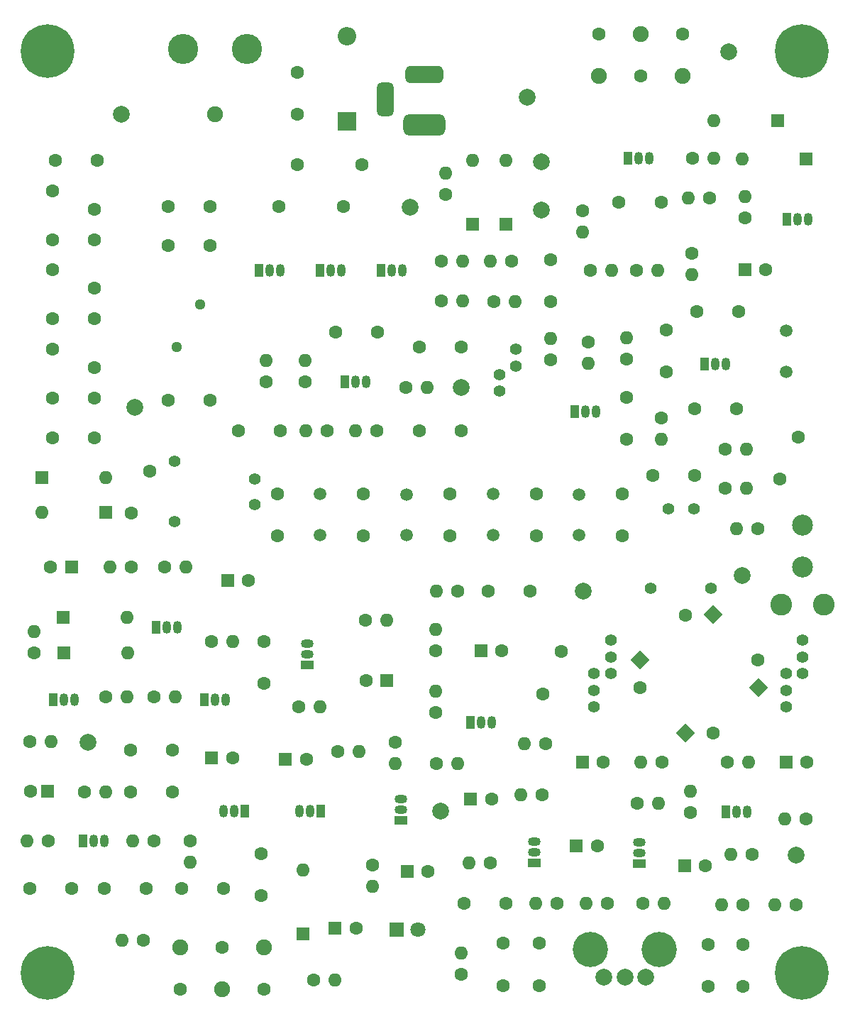
<source format=gts>
%TF.GenerationSoftware,KiCad,Pcbnew,8.0.2-8.0.2-0~ubuntu22.04.1*%
%TF.CreationDate,2024-05-24T18:10:12-07:00*%
%TF.ProjectId,PartyLine80,50617274-794c-4696-9e65-38302e6b6963,B*%
%TF.SameCoordinates,Original*%
%TF.FileFunction,Soldermask,Top*%
%TF.FilePolarity,Negative*%
%FSLAX46Y46*%
G04 Gerber Fmt 4.6, Leading zero omitted, Abs format (unit mm)*
G04 Created by KiCad (PCBNEW 8.0.2-8.0.2-0~ubuntu22.04.1) date 2024-05-24 18:10:12*
%MOMM*%
%LPD*%
G01*
G04 APERTURE LIST*
G04 Aperture macros list*
%AMRoundRect*
0 Rectangle with rounded corners*
0 $1 Rounding radius*
0 $2 $3 $4 $5 $6 $7 $8 $9 X,Y pos of 4 corners*
0 Add a 4 corners polygon primitive as box body*
4,1,4,$2,$3,$4,$5,$6,$7,$8,$9,$2,$3,0*
0 Add four circle primitives for the rounded corners*
1,1,$1+$1,$2,$3*
1,1,$1+$1,$4,$5*
1,1,$1+$1,$6,$7*
1,1,$1+$1,$8,$9*
0 Add four rect primitives between the rounded corners*
20,1,$1+$1,$2,$3,$4,$5,0*
20,1,$1+$1,$4,$5,$6,$7,0*
20,1,$1+$1,$6,$7,$8,$9,0*
20,1,$1+$1,$8,$9,$2,$3,0*%
%AMHorizOval*
0 Thick line with rounded ends*
0 $1 width*
0 $2 $3 position (X,Y) of the first rounded end (center of the circle)*
0 $4 $5 position (X,Y) of the second rounded end (center of the circle)*
0 Add line between two ends*
20,1,$1,$2,$3,$4,$5,0*
0 Add two circle primitives to create the rounded ends*
1,1,$1,$2,$3*
1,1,$1,$4,$5*%
%AMRotRect*
0 Rectangle, with rotation*
0 The origin of the aperture is its center*
0 $1 length*
0 $2 width*
0 $3 Rotation angle, in degrees counterclockwise*
0 Add horizontal line*
21,1,$1,$2,0,0,$3*%
G04 Aperture macros list end*
%ADD10O,1.600000X1.600000*%
%ADD11R,1.600000X1.600000*%
%ADD12C,2.000000*%
%ADD13C,1.600000*%
%ADD14C,3.600000*%
%ADD15C,1.900000*%
%ADD16R,1.050000X1.500000*%
%ADD17O,1.050000X1.500000*%
%ADD18C,1.300480*%
%ADD19C,1.500000*%
%ADD20R,1.500000X1.050000*%
%ADD21O,1.500000X1.050000*%
%ADD22C,4.200000*%
%ADD23RotRect,1.600000X1.600000X135.000000*%
%ADD24HorizOval,1.600000X0.000000X0.000000X0.000000X0.000000X0*%
%ADD25C,1.400000*%
%ADD26RotRect,1.600000X1.600000X45.000000*%
%ADD27HorizOval,1.600000X0.000000X0.000000X0.000000X0.000000X0*%
%ADD28RoundRect,0.625000X1.875000X0.625000X-1.875000X0.625000X-1.875000X-0.625000X1.875000X-0.625000X0*%
%ADD29RoundRect,0.500000X1.750000X0.500000X-1.750000X0.500000X-1.750000X-0.500000X1.750000X-0.500000X0*%
%ADD30RoundRect,0.500000X0.500000X1.500000X-0.500000X1.500000X-0.500000X-1.500000X0.500000X-1.500000X0*%
%ADD31C,0.800000*%
%ADD32C,6.400000*%
%ADD33RotRect,1.600000X1.600000X225.000000*%
%ADD34HorizOval,1.600000X0.000000X0.000000X0.000000X0.000000X0*%
%ADD35RotRect,1.600000X1.600000X315.000000*%
%ADD36HorizOval,1.600000X0.000000X0.000000X0.000000X0.000000X0*%
%ADD37R,2.200000X2.200000*%
%ADD38O,2.200000X2.200000*%
%ADD39C,2.500000*%
%ADD40R,1.800000X1.800000*%
%ADD41C,1.800000*%
%ADD42C,2.600000*%
G04 APERTURE END LIST*
D10*
%TO.C,D15*%
X109700000Y-38080000D03*
D11*
X109700000Y-45700000D03*
%TD*%
D10*
%TO.C,D10*%
X105700000Y-38090000D03*
D11*
X105700000Y-45710000D03*
%TD*%
D12*
%TO.C,TP14*%
X113900000Y-38200000D03*
%TD*%
D13*
%TO.C,R62*%
X102500000Y-42145000D03*
D10*
X102500000Y-39605000D03*
%TD*%
D13*
%TO.C,L2*%
X142400000Y-76100000D03*
X144600000Y-71100000D03*
%TD*%
D11*
%TO.C,C28*%
X138200000Y-51100000D03*
D13*
X140700000Y-51100000D03*
%TD*%
%TO.C,C26*%
X80500000Y-125800000D03*
X80500000Y-120800000D03*
%TD*%
D14*
%TO.C,J3*%
X71200000Y-24800000D03*
X78800000Y-24800000D03*
D15*
X75000000Y-32600000D03*
%TD*%
D11*
%TO.C,C17*%
X95500000Y-100100000D03*
D13*
X93000000Y-100100000D03*
%TD*%
%TO.C,C34*%
X132200000Y-67745000D03*
X137200000Y-67745000D03*
%TD*%
%TO.C,R57*%
X55100000Y-119300000D03*
D10*
X52560000Y-119300000D03*
%TD*%
D12*
%TO.C,TP12*%
X112200000Y-30500000D03*
%TD*%
D13*
%TO.C,R45*%
X125255000Y-51200000D03*
D10*
X127795000Y-51200000D03*
%TD*%
D13*
%TO.C,C44*%
X74400000Y-66700000D03*
X69400000Y-66700000D03*
%TD*%
D16*
%TO.C,Q7*%
X67960000Y-93800000D03*
D17*
X69230000Y-93800000D03*
X70500000Y-93800000D03*
%TD*%
D18*
%TO.C,L5*%
X73199080Y-55300000D03*
X70400000Y-60300000D03*
%TD*%
D13*
%TO.C,R43*%
X81100000Y-64500000D03*
D10*
X81100000Y-61960000D03*
%TD*%
D13*
%TO.C,C8*%
X92700000Y-77850000D03*
X92700000Y-82850000D03*
%TD*%
D11*
%TO.C,C23*%
X57882380Y-86600000D03*
D13*
X55382380Y-86600000D03*
%TD*%
%TO.C,R50*%
X118800000Y-44055000D03*
D10*
X118800000Y-46595000D03*
%TD*%
D13*
%TO.C,R55*%
X139740000Y-82000000D03*
D10*
X137200000Y-82000000D03*
%TD*%
D13*
%TO.C,R41*%
X119760000Y-51200000D03*
D10*
X122300000Y-51200000D03*
%TD*%
D13*
%TO.C,R26*%
X69000000Y-86600000D03*
D10*
X71540000Y-86600000D03*
%TD*%
D11*
%TO.C,D7*%
X85500000Y-130400000D03*
D10*
X85500000Y-122780000D03*
%TD*%
D16*
%TO.C,Q1*%
X105460000Y-105100000D03*
D17*
X106730000Y-105100000D03*
X108000000Y-105100000D03*
%TD*%
D13*
%TO.C,R32*%
X72000000Y-119300000D03*
D10*
X72000000Y-121840000D03*
%TD*%
D19*
%TO.C,X1*%
X87550000Y-77900000D03*
X87550000Y-82780000D03*
%TD*%
D20*
%TO.C,Q6*%
X86000000Y-98240000D03*
D21*
X86000000Y-96970000D03*
X86000000Y-95700000D03*
%TD*%
D11*
%TO.C,C22*%
X76500000Y-88200000D03*
D13*
X79000000Y-88200000D03*
%TD*%
%TO.C,C42*%
X69400000Y-43600000D03*
X74400000Y-43600000D03*
%TD*%
%TO.C,R3*%
X128300000Y-109900000D03*
D10*
X125760000Y-109900000D03*
%TD*%
D13*
%TO.C,C32*%
X77800000Y-70300000D03*
X82800000Y-70300000D03*
%TD*%
%TO.C,R54*%
X135860000Y-77200000D03*
D10*
X138400000Y-77200000D03*
%TD*%
D12*
%TO.C,TP4*%
X101900000Y-115700000D03*
%TD*%
D11*
%TO.C,C4*%
X143100000Y-109900000D03*
D13*
X145600000Y-109900000D03*
%TD*%
%TO.C,C38*%
X124100000Y-66345000D03*
X124100000Y-71345000D03*
%TD*%
D16*
%TO.C,Q19*%
X94760000Y-51200000D03*
D17*
X96030000Y-51200000D03*
X97300000Y-51200000D03*
%TD*%
D13*
%TO.C,J2*%
X130800000Y-23000000D03*
X125790000Y-28000000D03*
X120800000Y-23000000D03*
D15*
X130800000Y-28000000D03*
X125800000Y-23000000D03*
X120800000Y-28000000D03*
%TD*%
D13*
%TO.C,C14*%
X109400000Y-136500000D03*
X109400000Y-131500000D03*
%TD*%
%TO.C,R31*%
X86755000Y-135900000D03*
D10*
X89295000Y-135900000D03*
%TD*%
D11*
%TO.C,C2*%
X106700000Y-96600000D03*
D13*
X109200000Y-96600000D03*
%TD*%
%TO.C,C16*%
X104700000Y-126700000D03*
X109700000Y-126700000D03*
%TD*%
D16*
%TO.C,Q17*%
X80260000Y-51200000D03*
D17*
X81530000Y-51200000D03*
X82800000Y-51200000D03*
%TD*%
D13*
%TO.C,R22*%
X89655000Y-108600000D03*
D10*
X92195000Y-108600000D03*
%TD*%
D13*
%TO.C,R28*%
X65000000Y-86600000D03*
D10*
X62460000Y-86600000D03*
%TD*%
D13*
%TO.C,R37*%
X88400000Y-70300000D03*
D10*
X85860000Y-70300000D03*
%TD*%
D13*
%TO.C,R56*%
X52900000Y-107400000D03*
D10*
X55440000Y-107400000D03*
%TD*%
D13*
%TO.C,R53*%
X135860000Y-72500000D03*
D10*
X138400000Y-72500000D03*
%TD*%
D12*
%TO.C,TP10*%
X59800000Y-107500000D03*
%TD*%
D13*
%TO.C,R27*%
X53410000Y-96800000D03*
D10*
X53410000Y-94260000D03*
%TD*%
D13*
%TO.C,R47*%
X102000000Y-50100000D03*
D10*
X104540000Y-50100000D03*
%TD*%
D22*
%TO.C,R18*%
X119800000Y-132200000D03*
X128000000Y-132200000D03*
D12*
X126400000Y-135500000D03*
X123900000Y-135500000D03*
X121400000Y-135500000D03*
%TD*%
D16*
%TO.C,Q20*%
X59200000Y-119300000D03*
D17*
X60470000Y-119300000D03*
X61740000Y-119300000D03*
%TD*%
D19*
%TO.C,X3*%
X108150000Y-77900000D03*
X108150000Y-82780000D03*
%TD*%
D13*
%TO.C,C35*%
X128800000Y-58285000D03*
X128800000Y-63285000D03*
%TD*%
D23*
%TO.C,D2*%
X131100000Y-106400000D03*
D24*
X125711846Y-101011846D03*
%TD*%
D13*
%TO.C,C37*%
X132500000Y-56145000D03*
X137500000Y-56145000D03*
%TD*%
%TO.C,R15*%
X115800000Y-126700000D03*
D10*
X113260000Y-126700000D03*
%TD*%
D12*
%TO.C,TP7*%
X98300000Y-43700000D03*
%TD*%
D13*
%TO.C,R49*%
X119500000Y-59705000D03*
D10*
X119500000Y-62245000D03*
%TD*%
D13*
%TO.C,R6*%
X125400000Y-114800000D03*
D10*
X127940000Y-114800000D03*
%TD*%
D13*
%TO.C,R17*%
X107845000Y-121900000D03*
D10*
X105305000Y-121900000D03*
%TD*%
D25*
%TO.C,T5*%
X110900000Y-60600000D03*
X108900000Y-63600000D03*
X110900000Y-62600000D03*
X108900000Y-65600000D03*
%TD*%
D12*
%TO.C,TP2*%
X65400000Y-67500000D03*
%TD*%
D13*
%TO.C,L9*%
X60620000Y-43916666D03*
X55620000Y-41716666D03*
%TD*%
D12*
%TO.C,TP8*%
X104400000Y-65200000D03*
%TD*%
D11*
%TO.C,D11*%
X54320000Y-75900000D03*
D10*
X61940000Y-75900000D03*
%TD*%
D13*
%TO.C,L4*%
X84800000Y-38600000D03*
X82600000Y-43600000D03*
%TD*%
%TO.C,R60*%
X67700000Y-119300000D03*
D10*
X65160000Y-119300000D03*
%TD*%
D13*
%TO.C,C40*%
X132200000Y-75700000D03*
X127200000Y-75700000D03*
%TD*%
%TO.C,R13*%
X126055000Y-126700000D03*
D10*
X128595000Y-126700000D03*
%TD*%
D16*
%TO.C,Q2*%
X135930000Y-115760000D03*
D17*
X137200000Y-115760000D03*
X138470000Y-115760000D03*
%TD*%
D12*
%TO.C,TP11*%
X63800000Y-32600000D03*
%TD*%
D13*
%TO.C,R1*%
X103900000Y-89500000D03*
D10*
X101360000Y-89500000D03*
%TD*%
D26*
%TO.C,D1*%
X125705924Y-97694077D03*
D27*
X131094078Y-92305923D03*
%TD*%
D13*
%TO.C,C29*%
X123200000Y-43100000D03*
X128200000Y-43100000D03*
%TD*%
%TO.C,C49*%
X64900000Y-108400000D03*
X69900000Y-108400000D03*
%TD*%
%TO.C,R35*%
X131960000Y-37800000D03*
D10*
X134500000Y-37800000D03*
%TD*%
D25*
%TO.C,T2*%
X132100000Y-79650000D03*
X129100000Y-79650000D03*
X134200000Y-89150000D03*
X127000000Y-89150000D03*
%TD*%
D13*
%TO.C,C47*%
X55620000Y-71200000D03*
X60620000Y-71200000D03*
%TD*%
%TO.C,L1*%
X116300000Y-96700000D03*
X114100000Y-101700000D03*
%TD*%
%TO.C,C11*%
X113700000Y-136500000D03*
X113700000Y-131500000D03*
%TD*%
%TO.C,C27*%
X71000000Y-124900000D03*
X76000000Y-124900000D03*
%TD*%
%TO.C,R58*%
X66445000Y-131100000D03*
D10*
X63905000Y-131100000D03*
%TD*%
D28*
%TO.C,J4*%
X100000000Y-33800000D03*
D29*
X100000000Y-27800000D03*
D30*
X95300000Y-30800000D03*
%TD*%
D13*
%TO.C,R25*%
X85000000Y-103300000D03*
D10*
X87540000Y-103300000D03*
%TD*%
D25*
%TO.C,T1*%
X79700000Y-79100000D03*
X79700000Y-76100000D03*
X70200000Y-81200000D03*
X70200000Y-74000000D03*
%TD*%
D11*
%TO.C,D6*%
X56990000Y-96800000D03*
D10*
X64610000Y-96800000D03*
%TD*%
D13*
%TO.C,R46*%
X124100000Y-61785000D03*
D10*
X124100000Y-59245000D03*
%TD*%
D13*
%TO.C,R61*%
X104400000Y-135200000D03*
D10*
X104400000Y-132660000D03*
%TD*%
D20*
%TO.C,Q5*%
X97200000Y-116800000D03*
D21*
X97200000Y-115530000D03*
X97200000Y-114260000D03*
%TD*%
D25*
%TO.C,T3*%
X122200000Y-95300000D03*
X120200000Y-99300000D03*
X122200000Y-97300000D03*
X120200000Y-101300000D03*
X122200000Y-99300000D03*
X120200000Y-103300000D03*
%TD*%
D11*
%TO.C,C24*%
X74600000Y-109400000D03*
D13*
X77100000Y-109400000D03*
%TD*%
%TO.C,R40*%
X131900000Y-49160000D03*
D10*
X131900000Y-51700000D03*
%TD*%
D13*
%TO.C,C5*%
X138000000Y-136600000D03*
X138000000Y-131600000D03*
%TD*%
%TO.C,R8*%
X145500000Y-116600000D03*
D10*
X142960000Y-116600000D03*
%TD*%
D16*
%TO.C,Q11*%
X78570000Y-115700000D03*
D17*
X77300000Y-115700000D03*
X76030000Y-115700000D03*
%TD*%
D13*
%TO.C,R11*%
X138000000Y-126900000D03*
D10*
X135460000Y-126900000D03*
%TD*%
D13*
%TO.C,C48*%
X64900000Y-113400000D03*
X69900000Y-113400000D03*
%TD*%
%TO.C,R39*%
X85700000Y-64500000D03*
D10*
X85700000Y-61960000D03*
%TD*%
D16*
%TO.C,Q8*%
X55660000Y-102400000D03*
D17*
X56930000Y-102400000D03*
X58200000Y-102400000D03*
%TD*%
D13*
%TO.C,C54*%
X55920000Y-38100000D03*
X60920000Y-38100000D03*
%TD*%
%TO.C,C46*%
X52900000Y-124900000D03*
X57900000Y-124900000D03*
%TD*%
D20*
%TO.C,Q4*%
X113060000Y-121870000D03*
D21*
X113060000Y-120600000D03*
X113060000Y-119330000D03*
%TD*%
D19*
%TO.C,X4*%
X118450000Y-82800000D03*
X118450000Y-77920000D03*
%TD*%
D13*
%TO.C,R4*%
X114400000Y-107700000D03*
D10*
X111860000Y-107700000D03*
%TD*%
D16*
%TO.C,Q12*%
X124260000Y-37800000D03*
D17*
X125530000Y-37800000D03*
X126800000Y-37800000D03*
%TD*%
D13*
%TO.C,C52*%
X55620000Y-56966664D03*
X60620000Y-56966664D03*
%TD*%
%TO.C,R51*%
X128200000Y-68800000D03*
D10*
X128200000Y-71340000D03*
%TD*%
D13*
%TO.C,C31*%
X104400000Y-60300000D03*
X99400000Y-60300000D03*
%TD*%
D16*
%TO.C,Q15*%
X133400000Y-62385000D03*
D17*
X134670000Y-62385000D03*
X135940000Y-62385000D03*
%TD*%
D13*
%TO.C,R12*%
X139100000Y-120900000D03*
D10*
X136560000Y-120900000D03*
%TD*%
D13*
%TO.C,C33*%
X115000000Y-49900000D03*
X115000000Y-54900000D03*
%TD*%
%TO.C,C20*%
X80800000Y-95500000D03*
X80800000Y-100500000D03*
%TD*%
D31*
%TO.C,H3*%
X52600000Y-135000000D03*
X53302944Y-133302944D03*
X53302944Y-136697056D03*
X55000000Y-132600000D03*
D32*
X55000000Y-135000000D03*
D31*
X55000000Y-137400000D03*
X56697056Y-133302944D03*
X56697056Y-136697056D03*
X57400000Y-135000000D03*
%TD*%
D12*
%TO.C,TP5*%
X136300000Y-25100000D03*
%TD*%
D13*
%TO.C,L8*%
X60620000Y-53349998D03*
X55620000Y-51149998D03*
%TD*%
D19*
%TO.C,X5*%
X143100000Y-63300000D03*
X143100000Y-58420000D03*
%TD*%
D13*
%TO.C,R44*%
X110400000Y-50100000D03*
D10*
X107860000Y-50100000D03*
%TD*%
D13*
%TO.C,R9*%
X131700000Y-115900000D03*
D10*
X131700000Y-113360000D03*
%TD*%
D13*
%TO.C,C50*%
X55620000Y-66400000D03*
X60620000Y-66400000D03*
%TD*%
D11*
%TO.C,C45*%
X55000000Y-113300000D03*
D13*
X53000000Y-113300000D03*
%TD*%
%TO.C,R5*%
X101300000Y-103900000D03*
D10*
X101300000Y-101360000D03*
%TD*%
D13*
%TO.C,R29*%
X61955000Y-102100000D03*
D10*
X64495000Y-102100000D03*
%TD*%
D11*
%TO.C,D8*%
X145500000Y-37900000D03*
D10*
X137880000Y-37900000D03*
%TD*%
D11*
%TO.C,C25*%
X89300000Y-129700000D03*
D13*
X91800000Y-129700000D03*
%TD*%
D11*
%TO.C,C9*%
X131000000Y-122200000D03*
D13*
X133500000Y-122200000D03*
%TD*%
D33*
%TO.C,D4*%
X139800000Y-101000000D03*
D34*
X134411846Y-106388154D03*
%TD*%
D31*
%TO.C,H1*%
X52600000Y-25000000D03*
X53302944Y-23302944D03*
X53302944Y-26697056D03*
X55000000Y-22600000D03*
D32*
X55000000Y-25000000D03*
D31*
X55000000Y-27400000D03*
X56697056Y-23302944D03*
X56697056Y-26697056D03*
X57400000Y-25000000D03*
%TD*%
D13*
%TO.C,L6*%
X65000000Y-80124990D03*
X67200000Y-75124990D03*
%TD*%
%TO.C,R33*%
X134000000Y-42600000D03*
D10*
X131460000Y-42600000D03*
%TD*%
D13*
%TO.C,R48*%
X102000000Y-54800000D03*
D10*
X104540000Y-54800000D03*
%TD*%
D35*
%TO.C,D3*%
X134400000Y-92300000D03*
D36*
X139788154Y-97688154D03*
%TD*%
D11*
%TO.C,D12*%
X61920000Y-80100000D03*
D10*
X54300000Y-80100000D03*
%TD*%
D16*
%TO.C,Q18*%
X87510000Y-51200000D03*
D17*
X88780000Y-51200000D03*
X90050000Y-51200000D03*
%TD*%
D12*
%TO.C,TP3*%
X144300000Y-121000000D03*
%TD*%
D13*
%TO.C,R38*%
X97800000Y-65200000D03*
D10*
X100340000Y-65200000D03*
%TD*%
D37*
%TO.C,D14*%
X90700000Y-33400000D03*
D38*
X90700000Y-23240000D03*
%TD*%
D11*
%TO.C,D5*%
X56890000Y-92600000D03*
D10*
X64510000Y-92600000D03*
%TD*%
D16*
%TO.C,Q13*%
X143200000Y-45100000D03*
D17*
X144470000Y-45100000D03*
X145740000Y-45100000D03*
%TD*%
D13*
%TO.C,R42*%
X108300000Y-54900000D03*
D10*
X110840000Y-54900000D03*
%TD*%
D25*
%TO.C,T4*%
X145100000Y-95300000D03*
X143100000Y-99300000D03*
X145100000Y-97300000D03*
X143100000Y-101300000D03*
X145100000Y-99300000D03*
X143100000Y-103300000D03*
%TD*%
D13*
%TO.C,C53*%
X55620000Y-47533332D03*
X60620000Y-47533332D03*
%TD*%
%TO.C,R52*%
X115000000Y-61845000D03*
D10*
X115000000Y-59305000D03*
%TD*%
D13*
%TO.C,R36*%
X94300000Y-70300000D03*
D10*
X91760000Y-70300000D03*
%TD*%
D31*
%TO.C,H2*%
X142600000Y-25000000D03*
X143302944Y-23302944D03*
X143302944Y-26697056D03*
X145000000Y-22600000D03*
D32*
X145000000Y-25000000D03*
D31*
X145000000Y-27400000D03*
X146697056Y-23302944D03*
X146697056Y-26697056D03*
X147400000Y-25000000D03*
%TD*%
D13*
%TO.C,C12*%
X113300000Y-77850000D03*
X113300000Y-82850000D03*
%TD*%
D39*
%TO.C,C30*%
X145100000Y-81600000D03*
X145100000Y-86600000D03*
%TD*%
D11*
%TO.C,C18*%
X105500000Y-114300000D03*
D13*
X108000000Y-114300000D03*
%TD*%
%TO.C,R10*%
X144300000Y-126900000D03*
D10*
X141760000Y-126900000D03*
%TD*%
D40*
%TO.C,D13*%
X96625000Y-129825000D03*
D41*
X99165000Y-129825000D03*
%TD*%
D42*
%TO.C,TP13*%
X142560000Y-91100000D03*
X147640000Y-91100000D03*
%TD*%
D13*
%TO.C,C1*%
X107600000Y-89500000D03*
X112600000Y-89500000D03*
%TD*%
%TO.C,C6*%
X82400000Y-82850000D03*
X82400000Y-77850000D03*
%TD*%
D19*
%TO.C,X2*%
X97850000Y-82800000D03*
X97850000Y-77920000D03*
%TD*%
D13*
%TO.C,L7*%
X60620000Y-62783330D03*
X55620000Y-60583330D03*
%TD*%
%TO.C,C43*%
X69400000Y-48200000D03*
X74400000Y-48200000D03*
%TD*%
D20*
%TO.C,Q3*%
X125600000Y-121940000D03*
D21*
X125600000Y-120670000D03*
X125600000Y-119400000D03*
%TD*%
D13*
%TO.C,C15*%
X123600000Y-77850000D03*
X123600000Y-82850000D03*
%TD*%
%TO.C,R2*%
X101300000Y-96600000D03*
D10*
X101300000Y-94060000D03*
%TD*%
D11*
%TO.C,C21*%
X83400000Y-109500000D03*
D13*
X85900000Y-109500000D03*
%TD*%
%TO.C,R19*%
X96500000Y-107500000D03*
D10*
X96500000Y-110040000D03*
%TD*%
D13*
%TO.C,C39*%
X99400000Y-70300000D03*
X104400000Y-70300000D03*
%TD*%
%TO.C,R59*%
X59400000Y-113400000D03*
D10*
X61940000Y-113400000D03*
%TD*%
D13*
%TO.C,C51*%
X61800000Y-124900000D03*
X66800000Y-124900000D03*
%TD*%
D16*
%TO.C,Q10*%
X87570000Y-115700000D03*
D17*
X86300000Y-115700000D03*
X85030000Y-115700000D03*
%TD*%
D16*
%TO.C,Q9*%
X73700000Y-102400000D03*
D17*
X74970000Y-102400000D03*
X76240000Y-102400000D03*
%TD*%
D13*
%TO.C,L3*%
X90300000Y-43600000D03*
X92500000Y-38600000D03*
%TD*%
%TO.C,R20*%
X101400000Y-110000000D03*
D10*
X103940000Y-110000000D03*
%TD*%
D16*
%TO.C,Q16*%
X117900000Y-68045000D03*
D17*
X119170000Y-68045000D03*
X120440000Y-68045000D03*
%TD*%
D13*
%TO.C,R34*%
X138200000Y-44900000D03*
D10*
X138200000Y-42360000D03*
%TD*%
D13*
%TO.C,R14*%
X121800000Y-126700000D03*
D10*
X119260000Y-126700000D03*
%TD*%
D13*
%TO.C,R23*%
X93800000Y-122160000D03*
D10*
X93800000Y-124700000D03*
%TD*%
D11*
%TO.C,C13*%
X118100000Y-119900000D03*
D13*
X120600000Y-119900000D03*
%TD*%
%TO.C,R21*%
X92900000Y-92900000D03*
D10*
X95440000Y-92900000D03*
%TD*%
D13*
%TO.C,C36*%
X89400000Y-58600000D03*
X94400000Y-58600000D03*
%TD*%
%TO.C,R7*%
X136100000Y-109900000D03*
D10*
X138640000Y-109900000D03*
%TD*%
D13*
%TO.C,R16*%
X114000000Y-113800000D03*
D10*
X111460000Y-113800000D03*
%TD*%
D12*
%TO.C,TP1*%
X118900000Y-89500000D03*
%TD*%
D13*
%TO.C,C10*%
X103000000Y-82850000D03*
X103000000Y-77850000D03*
%TD*%
D12*
%TO.C,TP9*%
X137900000Y-87600000D03*
%TD*%
D13*
%TO.C,R30*%
X67700000Y-102100000D03*
D10*
X70240000Y-102100000D03*
%TD*%
D11*
%TO.C,C3*%
X118800000Y-109900000D03*
D13*
X121300000Y-109900000D03*
%TD*%
%TO.C,C41*%
X84800000Y-27600000D03*
X84800000Y-32600000D03*
%TD*%
%TO.C,J1*%
X70800000Y-137000000D03*
X75810000Y-132000000D03*
X80800000Y-137000000D03*
D15*
X70800000Y-132000000D03*
X75800000Y-137000000D03*
X80800000Y-132000000D03*
%TD*%
D13*
%TO.C,C7*%
X133800000Y-136600000D03*
X133800000Y-131600000D03*
%TD*%
%TO.C,R24*%
X74560000Y-95500000D03*
D10*
X77100000Y-95500000D03*
%TD*%
D12*
%TO.C,TP6*%
X113900000Y-44000000D03*
%TD*%
D11*
%TO.C,D9*%
X142100000Y-33300000D03*
D10*
X134480000Y-33300000D03*
%TD*%
D31*
%TO.C,H4*%
X142600000Y-135000000D03*
X143302944Y-133302944D03*
X143302944Y-136697056D03*
X145000000Y-132600000D03*
D32*
X145000000Y-135000000D03*
D31*
X145000000Y-137400000D03*
X146697056Y-133302944D03*
X146697056Y-136697056D03*
X147400000Y-135000000D03*
%TD*%
D11*
%TO.C,C19*%
X97900000Y-122900000D03*
D13*
X100400000Y-122900000D03*
%TD*%
D16*
%TO.C,Q14*%
X90500000Y-64500000D03*
D17*
X91770000Y-64500000D03*
X93040000Y-64500000D03*
%TD*%
M02*

</source>
